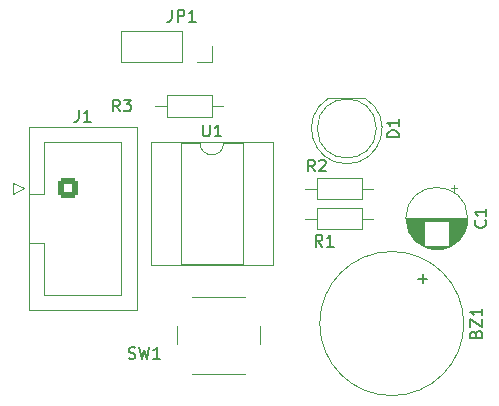
<source format=gto>
G04 #@! TF.GenerationSoftware,KiCad,Pcbnew,6.0.8-1.fc36*
G04 #@! TF.CreationDate,2022-10-16T22:18:09-05:00*
G04 #@! TF.ProjectId,Pomodoro,506f6d6f-646f-4726-9f2e-6b696361645f,rev?*
G04 #@! TF.SameCoordinates,Original*
G04 #@! TF.FileFunction,Legend,Top*
G04 #@! TF.FilePolarity,Positive*
%FSLAX46Y46*%
G04 Gerber Fmt 4.6, Leading zero omitted, Abs format (unit mm)*
G04 Created by KiCad (PCBNEW 6.0.8-1.fc36) date 2022-10-16 22:18:09*
%MOMM*%
%LPD*%
G01*
G04 APERTURE LIST*
G04 Aperture macros list*
%AMRoundRect*
0 Rectangle with rounded corners*
0 $1 Rounding radius*
0 $2 $3 $4 $5 $6 $7 $8 $9 X,Y pos of 4 corners*
0 Add a 4 corners polygon primitive as box body*
4,1,4,$2,$3,$4,$5,$6,$7,$8,$9,$2,$3,0*
0 Add four circle primitives for the rounded corners*
1,1,$1+$1,$2,$3*
1,1,$1+$1,$4,$5*
1,1,$1+$1,$6,$7*
1,1,$1+$1,$8,$9*
0 Add four rect primitives between the rounded corners*
20,1,$1+$1,$2,$3,$4,$5,0*
20,1,$1+$1,$4,$5,$6,$7,0*
20,1,$1+$1,$6,$7,$8,$9,0*
20,1,$1+$1,$8,$9,$2,$3,0*%
G04 Aperture macros list end*
%ADD10C,0.150000*%
%ADD11C,0.120000*%
%ADD12R,2.000000X2.000000*%
%ADD13C,2.000000*%
%ADD14R,1.600000X1.600000*%
%ADD15C,1.600000*%
%ADD16R,1.800000X1.800000*%
%ADD17C,1.800000*%
%ADD18RoundRect,0.250000X-0.600000X-0.600000X0.600000X-0.600000X0.600000X0.600000X-0.600000X0.600000X0*%
%ADD19C,1.700000*%
%ADD20R,1.700000X1.700000*%
%ADD21O,1.700000X1.700000*%
%ADD22C,1.400000*%
%ADD23O,1.400000X1.400000*%
%ADD24O,1.600000X1.600000*%
%ADD25R,3.000000X3.000000*%
%ADD26C,3.000000*%
G04 APERTURE END LIST*
D10*
X111268571Y-127880952D02*
X111316190Y-127738095D01*
X111363809Y-127690476D01*
X111459047Y-127642857D01*
X111601904Y-127642857D01*
X111697142Y-127690476D01*
X111744761Y-127738095D01*
X111792380Y-127833333D01*
X111792380Y-128214285D01*
X110792380Y-128214285D01*
X110792380Y-127880952D01*
X110840000Y-127785714D01*
X110887619Y-127738095D01*
X110982857Y-127690476D01*
X111078095Y-127690476D01*
X111173333Y-127738095D01*
X111220952Y-127785714D01*
X111268571Y-127880952D01*
X111268571Y-128214285D01*
X110792380Y-127309523D02*
X110792380Y-126642857D01*
X111792380Y-127309523D01*
X111792380Y-126642857D01*
X111792380Y-125738095D02*
X111792380Y-126309523D01*
X111792380Y-126023809D02*
X110792380Y-126023809D01*
X110935238Y-126119047D01*
X111030476Y-126214285D01*
X111078095Y-126309523D01*
X106751428Y-123570952D02*
X106751428Y-122809047D01*
X107132380Y-123190000D02*
X106370476Y-123190000D01*
X112057142Y-118256666D02*
X112104761Y-118304285D01*
X112152380Y-118447142D01*
X112152380Y-118542380D01*
X112104761Y-118685238D01*
X112009523Y-118780476D01*
X111914285Y-118828095D01*
X111723809Y-118875714D01*
X111580952Y-118875714D01*
X111390476Y-118828095D01*
X111295238Y-118780476D01*
X111200000Y-118685238D01*
X111152380Y-118542380D01*
X111152380Y-118447142D01*
X111200000Y-118304285D01*
X111247619Y-118256666D01*
X112152380Y-117304285D02*
X112152380Y-117875714D01*
X112152380Y-117590000D02*
X111152380Y-117590000D01*
X111295238Y-117685238D01*
X111390476Y-117780476D01*
X111438095Y-117875714D01*
X104742380Y-111223095D02*
X103742380Y-111223095D01*
X103742380Y-110985000D01*
X103790000Y-110842142D01*
X103885238Y-110746904D01*
X103980476Y-110699285D01*
X104170952Y-110651666D01*
X104313809Y-110651666D01*
X104504285Y-110699285D01*
X104599523Y-110746904D01*
X104694761Y-110842142D01*
X104742380Y-110985000D01*
X104742380Y-111223095D01*
X104742380Y-109699285D02*
X104742380Y-110270714D01*
X104742380Y-109985000D02*
X103742380Y-109985000D01*
X103885238Y-110080238D01*
X103980476Y-110175476D01*
X104028095Y-110270714D01*
X77654166Y-108917380D02*
X77654166Y-109631666D01*
X77606547Y-109774523D01*
X77511309Y-109869761D01*
X77368452Y-109917380D01*
X77273214Y-109917380D01*
X78654166Y-109917380D02*
X78082738Y-109917380D01*
X78368452Y-109917380D02*
X78368452Y-108917380D01*
X78273214Y-109060238D01*
X78177976Y-109155476D01*
X78082738Y-109203095D01*
X85526666Y-100442380D02*
X85526666Y-101156666D01*
X85479047Y-101299523D01*
X85383809Y-101394761D01*
X85240952Y-101442380D01*
X85145714Y-101442380D01*
X86002857Y-101442380D02*
X86002857Y-100442380D01*
X86383809Y-100442380D01*
X86479047Y-100490000D01*
X86526666Y-100537619D01*
X86574285Y-100632857D01*
X86574285Y-100775714D01*
X86526666Y-100870952D01*
X86479047Y-100918571D01*
X86383809Y-100966190D01*
X86002857Y-100966190D01*
X87526666Y-101442380D02*
X86955238Y-101442380D01*
X87240952Y-101442380D02*
X87240952Y-100442380D01*
X87145714Y-100585238D01*
X87050476Y-100680476D01*
X86955238Y-100728095D01*
X98258333Y-120482380D02*
X97925000Y-120006190D01*
X97686904Y-120482380D02*
X97686904Y-119482380D01*
X98067857Y-119482380D01*
X98163095Y-119530000D01*
X98210714Y-119577619D01*
X98258333Y-119672857D01*
X98258333Y-119815714D01*
X98210714Y-119910952D01*
X98163095Y-119958571D01*
X98067857Y-120006190D01*
X97686904Y-120006190D01*
X99210714Y-120482380D02*
X98639285Y-120482380D01*
X98925000Y-120482380D02*
X98925000Y-119482380D01*
X98829761Y-119625238D01*
X98734523Y-119720476D01*
X98639285Y-119768095D01*
X81113333Y-109037380D02*
X80780000Y-108561190D01*
X80541904Y-109037380D02*
X80541904Y-108037380D01*
X80922857Y-108037380D01*
X81018095Y-108085000D01*
X81065714Y-108132619D01*
X81113333Y-108227857D01*
X81113333Y-108370714D01*
X81065714Y-108465952D01*
X81018095Y-108513571D01*
X80922857Y-108561190D01*
X80541904Y-108561190D01*
X81446666Y-108037380D02*
X82065714Y-108037380D01*
X81732380Y-108418333D01*
X81875238Y-108418333D01*
X81970476Y-108465952D01*
X82018095Y-108513571D01*
X82065714Y-108608809D01*
X82065714Y-108846904D01*
X82018095Y-108942142D01*
X81970476Y-108989761D01*
X81875238Y-109037380D01*
X81589523Y-109037380D01*
X81494285Y-108989761D01*
X81446666Y-108942142D01*
X81851666Y-129944761D02*
X81994523Y-129992380D01*
X82232619Y-129992380D01*
X82327857Y-129944761D01*
X82375476Y-129897142D01*
X82423095Y-129801904D01*
X82423095Y-129706666D01*
X82375476Y-129611428D01*
X82327857Y-129563809D01*
X82232619Y-129516190D01*
X82042142Y-129468571D01*
X81946904Y-129420952D01*
X81899285Y-129373333D01*
X81851666Y-129278095D01*
X81851666Y-129182857D01*
X81899285Y-129087619D01*
X81946904Y-129040000D01*
X82042142Y-128992380D01*
X82280238Y-128992380D01*
X82423095Y-129040000D01*
X82756428Y-128992380D02*
X82994523Y-129992380D01*
X83185000Y-129278095D01*
X83375476Y-129992380D01*
X83613571Y-128992380D01*
X84518333Y-129992380D02*
X83946904Y-129992380D01*
X84232619Y-129992380D02*
X84232619Y-128992380D01*
X84137380Y-129135238D01*
X84042142Y-129230476D01*
X83946904Y-129278095D01*
X88148095Y-110162380D02*
X88148095Y-110971904D01*
X88195714Y-111067142D01*
X88243333Y-111114761D01*
X88338571Y-111162380D01*
X88529047Y-111162380D01*
X88624285Y-111114761D01*
X88671904Y-111067142D01*
X88719523Y-110971904D01*
X88719523Y-110162380D01*
X89719523Y-111162380D02*
X89148095Y-111162380D01*
X89433809Y-111162380D02*
X89433809Y-110162380D01*
X89338571Y-110305238D01*
X89243333Y-110400476D01*
X89148095Y-110448095D01*
X97623333Y-114117380D02*
X97290000Y-113641190D01*
X97051904Y-114117380D02*
X97051904Y-113117380D01*
X97432857Y-113117380D01*
X97528095Y-113165000D01*
X97575714Y-113212619D01*
X97623333Y-113307857D01*
X97623333Y-113450714D01*
X97575714Y-113545952D01*
X97528095Y-113593571D01*
X97432857Y-113641190D01*
X97051904Y-113641190D01*
X98004285Y-113212619D02*
X98051904Y-113165000D01*
X98147142Y-113117380D01*
X98385238Y-113117380D01*
X98480476Y-113165000D01*
X98528095Y-113212619D01*
X98575714Y-113307857D01*
X98575714Y-113403095D01*
X98528095Y-113545952D01*
X97956666Y-114117380D01*
X98575714Y-114117380D01*
D11*
X110240000Y-127000000D02*
G75*
G03*
X110240000Y-127000000I-6100000J0D01*
G01*
X110364000Y-119011000D02*
X108990000Y-119011000D01*
X110500000Y-118490000D02*
X108990000Y-118490000D01*
X106910000Y-119051000D02*
X105552000Y-119051000D01*
X106910000Y-119131000D02*
X105585000Y-119131000D01*
X106910000Y-119771000D02*
X105979000Y-119771000D01*
X109776000Y-119931000D02*
X108990000Y-119931000D01*
X106910000Y-119211000D02*
X105621000Y-119211000D01*
X106910000Y-120331000D02*
X106631000Y-120331000D01*
X109921000Y-119771000D02*
X108990000Y-119771000D01*
X109851000Y-119851000D02*
X108990000Y-119851000D01*
X108865000Y-120531000D02*
X107035000Y-120531000D01*
X110072000Y-119571000D02*
X108990000Y-119571000D01*
X109675000Y-115535225D02*
X109175000Y-115535225D01*
X110451000Y-118730000D02*
X108990000Y-118730000D01*
X110279000Y-119211000D02*
X108990000Y-119211000D01*
X109425000Y-115285225D02*
X109425000Y-115785225D01*
X110430000Y-118811000D02*
X108990000Y-118811000D01*
X106910000Y-120251000D02*
X106507000Y-120251000D01*
X106910000Y-119851000D02*
X106049000Y-119851000D01*
X109735000Y-119971000D02*
X108990000Y-119971000D01*
X110405000Y-118891000D02*
X108990000Y-118891000D01*
X106910000Y-119171000D02*
X105602000Y-119171000D01*
X110015000Y-119651000D02*
X108990000Y-119651000D01*
X110197000Y-119371000D02*
X108990000Y-119371000D01*
X110441000Y-118770000D02*
X108990000Y-118770000D01*
X110486000Y-118570000D02*
X108990000Y-118570000D01*
X106910000Y-119331000D02*
X105682000Y-119331000D01*
X106910000Y-118450000D02*
X105394000Y-118450000D01*
X110150000Y-119451000D02*
X108990000Y-119451000D01*
X106910000Y-118490000D02*
X105400000Y-118490000D01*
X106910000Y-119651000D02*
X105885000Y-119651000D01*
X106910000Y-119691000D02*
X105915000Y-119691000D01*
X110218000Y-119331000D02*
X108990000Y-119331000D01*
X106910000Y-118851000D02*
X105482000Y-118851000D01*
X106910000Y-120171000D02*
X106396000Y-120171000D01*
X109269000Y-120331000D02*
X108990000Y-120331000D01*
X106910000Y-119531000D02*
X105801000Y-119531000D01*
X110523000Y-118290000D02*
X105377000Y-118290000D01*
X110240000Y-119291000D02*
X108990000Y-119291000D01*
X106910000Y-119251000D02*
X105640000Y-119251000D01*
X109048000Y-120451000D02*
X106852000Y-120451000D01*
X109887000Y-119811000D02*
X108990000Y-119811000D01*
X110511000Y-118410000D02*
X108990000Y-118410000D01*
X106910000Y-119371000D02*
X105703000Y-119371000D01*
X106910000Y-119571000D02*
X105828000Y-119571000D01*
X106910000Y-119811000D02*
X106013000Y-119811000D01*
X109814000Y-119891000D02*
X108990000Y-119891000D01*
X109693000Y-120011000D02*
X108990000Y-120011000D01*
X106910000Y-120051000D02*
X106251000Y-120051000D01*
X106910000Y-118570000D02*
X105414000Y-118570000D01*
X106910000Y-120211000D02*
X106450000Y-120211000D01*
X110045000Y-119611000D02*
X108990000Y-119611000D01*
X110125000Y-119491000D02*
X108990000Y-119491000D01*
X109333000Y-120291000D02*
X108990000Y-120291000D01*
X110378000Y-118971000D02*
X108990000Y-118971000D01*
X110528000Y-118210000D02*
X105372000Y-118210000D01*
X106910000Y-119291000D02*
X105660000Y-119291000D01*
X109603000Y-120091000D02*
X108990000Y-120091000D01*
X106910000Y-119971000D02*
X106165000Y-119971000D01*
X106910000Y-120371000D02*
X106699000Y-120371000D01*
X110461000Y-118690000D02*
X108990000Y-118690000D01*
X106910000Y-119731000D02*
X105946000Y-119731000D01*
X109954000Y-119731000D02*
X108990000Y-119731000D01*
X110519000Y-118330000D02*
X108990000Y-118330000D01*
X106910000Y-119891000D02*
X106086000Y-119891000D01*
X106910000Y-118370000D02*
X105385000Y-118370000D01*
X110493000Y-118530000D02*
X108990000Y-118530000D01*
X106910000Y-119611000D02*
X105855000Y-119611000D01*
X106910000Y-120091000D02*
X106297000Y-120091000D01*
X106910000Y-118530000D02*
X105407000Y-118530000D01*
X110260000Y-119251000D02*
X108990000Y-119251000D01*
X106910000Y-120011000D02*
X106207000Y-120011000D01*
X106910000Y-118650000D02*
X105430000Y-118650000D01*
X109393000Y-120251000D02*
X108990000Y-120251000D01*
X110315000Y-119131000D02*
X108990000Y-119131000D01*
X110392000Y-118931000D02*
X108990000Y-118931000D01*
X106910000Y-119931000D02*
X106124000Y-119931000D01*
X106910000Y-118410000D02*
X105389000Y-118410000D01*
X106910000Y-119491000D02*
X105775000Y-119491000D01*
X106910000Y-119091000D02*
X105568000Y-119091000D01*
X106910000Y-120131000D02*
X106345000Y-120131000D01*
X106910000Y-120291000D02*
X106567000Y-120291000D01*
X108961000Y-120491000D02*
X106939000Y-120491000D01*
X110515000Y-118370000D02*
X108990000Y-118370000D01*
X106910000Y-119411000D02*
X105726000Y-119411000D01*
X108468000Y-120651000D02*
X107432000Y-120651000D01*
X106910000Y-118811000D02*
X105470000Y-118811000D01*
X110174000Y-119411000D02*
X108990000Y-119411000D01*
X110418000Y-118851000D02*
X108990000Y-118851000D01*
X110506000Y-118450000D02*
X108990000Y-118450000D01*
X109201000Y-120371000D02*
X108990000Y-120371000D01*
X106910000Y-118931000D02*
X105508000Y-118931000D01*
X106910000Y-118770000D02*
X105459000Y-118770000D01*
X106910000Y-118730000D02*
X105449000Y-118730000D01*
X110470000Y-118650000D02*
X108990000Y-118650000D01*
X108627000Y-120611000D02*
X107273000Y-120611000D01*
X106910000Y-118610000D02*
X105422000Y-118610000D01*
X110332000Y-119091000D02*
X108990000Y-119091000D01*
X110099000Y-119531000D02*
X108990000Y-119531000D01*
X108234000Y-120691000D02*
X107666000Y-120691000D01*
X106910000Y-118971000D02*
X105522000Y-118971000D01*
X106910000Y-119451000D02*
X105750000Y-119451000D01*
X110529000Y-118170000D02*
X105371000Y-118170000D01*
X106910000Y-118330000D02*
X105381000Y-118330000D01*
X109985000Y-119691000D02*
X108990000Y-119691000D01*
X109450000Y-120211000D02*
X108990000Y-120211000D01*
X109128000Y-120411000D02*
X106772000Y-120411000D01*
X106910000Y-118891000D02*
X105495000Y-118891000D01*
X110530000Y-118130000D02*
X105370000Y-118130000D01*
X106910000Y-118690000D02*
X105439000Y-118690000D01*
X110348000Y-119051000D02*
X108990000Y-119051000D01*
X110526000Y-118250000D02*
X105374000Y-118250000D01*
X109555000Y-120131000D02*
X108990000Y-120131000D01*
X110298000Y-119171000D02*
X108990000Y-119171000D01*
X106910000Y-119011000D02*
X105536000Y-119011000D01*
X110530000Y-118090000D02*
X105370000Y-118090000D01*
X109649000Y-120051000D02*
X108990000Y-120051000D01*
X110478000Y-118610000D02*
X108990000Y-118610000D01*
X108755000Y-120571000D02*
X107145000Y-120571000D01*
X109504000Y-120171000D02*
X108990000Y-120171000D01*
X110570000Y-118090000D02*
G75*
G03*
X110570000Y-118090000I-2620000J0D01*
G01*
X101875000Y-107925000D02*
X98785000Y-107925000D01*
X98785170Y-107925000D02*
G75*
G03*
X100330462Y-113475000I1544830J-2560000D01*
G01*
X100329538Y-113475000D02*
G75*
G03*
X101874830Y-107925000I462J2990000D01*
G01*
X102830000Y-110485000D02*
G75*
G03*
X102830000Y-110485000I-2500000J0D01*
G01*
X74737500Y-116055000D02*
X74737500Y-111655000D01*
X82547500Y-110355000D02*
X82547500Y-125855000D01*
X74737500Y-120155000D02*
X73427500Y-120155000D01*
X74737500Y-124555000D02*
X74737500Y-120155000D01*
X73427500Y-116055000D02*
X74737500Y-116055000D01*
X73037500Y-115565000D02*
X72037500Y-115065000D01*
X72037500Y-115065000D02*
X72037500Y-116065000D01*
X82547500Y-125855000D02*
X73427500Y-125855000D01*
X74737500Y-111655000D02*
X81237500Y-111655000D01*
X81237500Y-111655000D02*
X81237500Y-124555000D01*
X72037500Y-116065000D02*
X73037500Y-115565000D01*
X73427500Y-110355000D02*
X82547500Y-110355000D01*
X74737500Y-120155000D02*
X74737500Y-120155000D01*
X81237500Y-124555000D02*
X74737500Y-124555000D01*
X73427500Y-125855000D02*
X73427500Y-110355000D01*
X86360000Y-104860000D02*
X81220000Y-104860000D01*
X81220000Y-102200000D02*
X81220000Y-104860000D01*
X88960000Y-104860000D02*
X87630000Y-104860000D01*
X88960000Y-103530000D02*
X88960000Y-104860000D01*
X86360000Y-102200000D02*
X86360000Y-104860000D01*
X86360000Y-102200000D02*
X81220000Y-102200000D01*
X97775000Y-117190000D02*
X97775000Y-119030000D01*
X101615000Y-119030000D02*
X101615000Y-117190000D01*
X102565000Y-118110000D02*
X101615000Y-118110000D01*
X97775000Y-119030000D02*
X101615000Y-119030000D01*
X101615000Y-117190000D02*
X97775000Y-117190000D01*
X96825000Y-118110000D02*
X97775000Y-118110000D01*
X88915000Y-109505000D02*
X88915000Y-107665000D01*
X88915000Y-107665000D02*
X85075000Y-107665000D01*
X89865000Y-108585000D02*
X88915000Y-108585000D01*
X85075000Y-109505000D02*
X88915000Y-109505000D01*
X85075000Y-107665000D02*
X85075000Y-109505000D01*
X84125000Y-108585000D02*
X85075000Y-108585000D01*
X87210000Y-131230000D02*
X91710000Y-131230000D01*
X85960000Y-127230000D02*
X85960000Y-128730000D01*
X91710000Y-124730000D02*
X87210000Y-124730000D01*
X92960000Y-128730000D02*
X92960000Y-127230000D01*
X83770000Y-111650000D02*
X83770000Y-122050000D01*
X87910000Y-111710000D02*
X86260000Y-111710000D01*
X94050000Y-122050000D02*
X94050000Y-111650000D01*
X94050000Y-111650000D02*
X83770000Y-111650000D01*
X91560000Y-121990000D02*
X91560000Y-111710000D01*
X86260000Y-111710000D02*
X86260000Y-121990000D01*
X83770000Y-122050000D02*
X94050000Y-122050000D01*
X86260000Y-121990000D02*
X91560000Y-121990000D01*
X91560000Y-111710000D02*
X89910000Y-111710000D01*
X87910000Y-111710000D02*
G75*
G03*
X89910000Y-111710000I1000000J0D01*
G01*
X101615000Y-116490000D02*
X101615000Y-114650000D01*
X97775000Y-116490000D02*
X101615000Y-116490000D01*
X96825000Y-115570000D02*
X97775000Y-115570000D01*
X101615000Y-114650000D02*
X97775000Y-114650000D01*
X102565000Y-115570000D02*
X101615000Y-115570000D01*
X97775000Y-114650000D02*
X97775000Y-116490000D01*
%LPC*%
D12*
X104140000Y-123200000D03*
D13*
X104140000Y-130800000D03*
D14*
X107950000Y-116840000D03*
D15*
X107950000Y-119340000D03*
D16*
X100330000Y-109215000D03*
D17*
X100330000Y-111755000D03*
D18*
X76717500Y-115565000D03*
D19*
X79257500Y-115565000D03*
X76717500Y-118105000D03*
X79257500Y-118105000D03*
X76717500Y-120645000D03*
X79257500Y-120645000D03*
D20*
X87630000Y-103530000D03*
D21*
X85090000Y-103530000D03*
X82550000Y-103530000D03*
D22*
X103505000Y-118110000D03*
D23*
X95885000Y-118110000D03*
D22*
X83185000Y-108585000D03*
D23*
X90805000Y-108585000D03*
D13*
X92710000Y-125730000D03*
X86210000Y-125730000D03*
X86210000Y-130230000D03*
X92710000Y-130230000D03*
D14*
X85100000Y-113040000D03*
D24*
X85100000Y-115580000D03*
X85100000Y-118120000D03*
X85100000Y-120660000D03*
X92720000Y-120660000D03*
X92720000Y-118120000D03*
X92720000Y-115580000D03*
X92720000Y-113040000D03*
D22*
X95885000Y-115570000D03*
D23*
X103505000Y-115570000D03*
D25*
X95885000Y-102628920D03*
D26*
X95885000Y-123118920D03*
M02*

</source>
